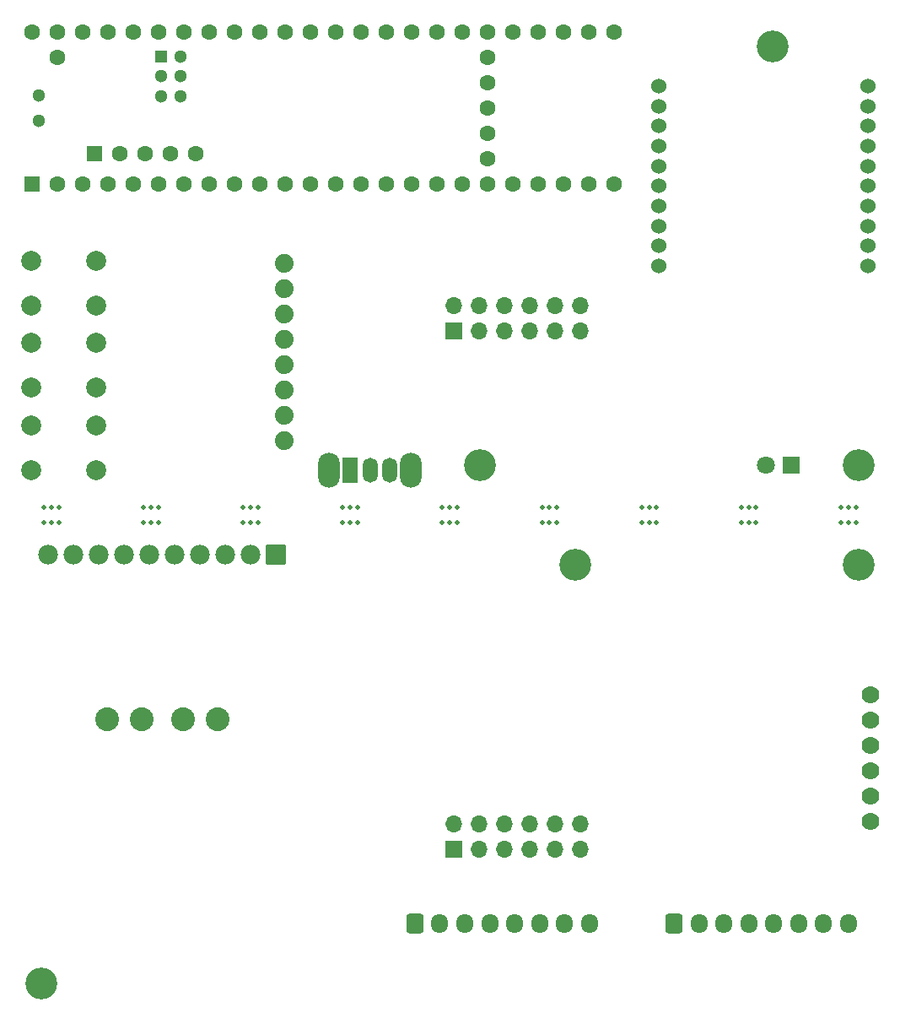
<source format=gbr>
%TF.GenerationSoftware,KiCad,Pcbnew,8.0.8*%
%TF.CreationDate,2025-03-04T17:08:21-05:00*%
%TF.ProjectId,board_AB,626f6172-645f-4414-922e-6b696361645f,rev?*%
%TF.SameCoordinates,Original*%
%TF.FileFunction,Soldermask,Bot*%
%TF.FilePolarity,Negative*%
%FSLAX46Y46*%
G04 Gerber Fmt 4.6, Leading zero omitted, Abs format (unit mm)*
G04 Created by KiCad (PCBNEW 8.0.8) date 2025-03-04 17:08:21*
%MOMM*%
%LPD*%
G01*
G04 APERTURE LIST*
G04 Aperture macros list*
%AMRoundRect*
0 Rectangle with rounded corners*
0 $1 Rounding radius*
0 $2 $3 $4 $5 $6 $7 $8 $9 X,Y pos of 4 corners*
0 Add a 4 corners polygon primitive as box body*
4,1,4,$2,$3,$4,$5,$6,$7,$8,$9,$2,$3,0*
0 Add four circle primitives for the rounded corners*
1,1,$1+$1,$2,$3*
1,1,$1+$1,$4,$5*
1,1,$1+$1,$6,$7*
1,1,$1+$1,$8,$9*
0 Add four rect primitives between the rounded corners*
20,1,$1+$1,$2,$3,$4,$5,0*
20,1,$1+$1,$4,$5,$6,$7,0*
20,1,$1+$1,$6,$7,$8,$9,0*
20,1,$1+$1,$8,$9,$2,$3,0*%
G04 Aperture macros list end*
%ADD10R,1.700000X1.700000*%
%ADD11O,1.700000X1.700000*%
%ADD12R,1.800000X1.800000*%
%ADD13C,1.800000*%
%ADD14C,3.200000*%
%ADD15O,2.200000X3.500000*%
%ADD16R,1.500000X2.500000*%
%ADD17O,1.500000X2.500000*%
%ADD18RoundRect,0.101600X-0.889000X0.889000X-0.889000X-0.889000X0.889000X-0.889000X0.889000X0.889000X0*%
%ADD19C,1.981200*%
%ADD20C,2.387600*%
%ADD21C,0.500000*%
%ADD22C,2.000000*%
%ADD23C,1.778000*%
%ADD24C,1.524000*%
%ADD25RoundRect,0.250000X-0.600000X-0.725000X0.600000X-0.725000X0.600000X0.725000X-0.600000X0.725000X0*%
%ADD26O,1.700000X1.950000*%
%ADD27C,1.879600*%
%ADD28R,1.600000X1.600000*%
%ADD29C,1.600000*%
%ADD30R,1.300000X1.300000*%
%ADD31C,1.300000*%
G04 APERTURE END LIST*
D10*
%TO.C,J2*%
X148880000Y-104540000D03*
D11*
X148880000Y-102000000D03*
X151420000Y-104540000D03*
X151420000Y-102000000D03*
X153960000Y-104540000D03*
X153960000Y-102000000D03*
X156500000Y-104540000D03*
X156500000Y-102000000D03*
X159040000Y-104540000D03*
X159040000Y-102000000D03*
X161580000Y-104540000D03*
X161580000Y-102000000D03*
%TD*%
D12*
%TO.C,D1*%
X182775000Y-66000000D03*
D13*
X180235000Y-66000000D03*
%TD*%
D14*
%TO.C,H2*%
X151500000Y-66000000D03*
%TD*%
D15*
%TO.C,SW1*%
X136400000Y-66500000D03*
X144600000Y-66500000D03*
D16*
X138500000Y-66500000D03*
D17*
X140500000Y-66500000D03*
X142500000Y-66500000D03*
%TD*%
D18*
%TO.C,U4*%
X131000000Y-75000000D03*
D19*
X128460000Y-75000000D03*
X125920000Y-75000000D03*
X123380000Y-75000000D03*
X120840000Y-75000000D03*
X118300000Y-75000000D03*
X115760000Y-75000000D03*
X113220000Y-75000000D03*
X110680000Y-75000000D03*
X108140000Y-75000000D03*
D20*
X125180000Y-91510000D03*
X121680000Y-91510000D03*
X117560000Y-91510000D03*
X114060000Y-91510000D03*
%TD*%
D21*
%TO.C,mouse-bite-2mm-slot2*%
X127750000Y-70250000D03*
X127750000Y-71750000D03*
X128500000Y-70250000D03*
X128500000Y-71750000D03*
X129250000Y-70250000D03*
X129250000Y-71750000D03*
%TD*%
D22*
%TO.C,SW4*%
X106500000Y-62000000D03*
X113000000Y-62000000D03*
X106500000Y-66500000D03*
X113000000Y-66500000D03*
%TD*%
D14*
%TO.C,H5*%
X161100000Y-76000000D03*
%TD*%
D21*
%TO.C,mouse-bite-2mm-slot4*%
X147750000Y-70250000D03*
X147750000Y-71750000D03*
X148500000Y-70250000D03*
X148500000Y-71750000D03*
X149250000Y-70250000D03*
X149250000Y-71750000D03*
%TD*%
D23*
%TO.C,U7*%
X190690000Y-89015000D03*
X190690000Y-91555000D03*
X190690000Y-94095000D03*
X190690000Y-96635000D03*
X190690000Y-99175000D03*
X190690000Y-101715000D03*
%TD*%
D14*
%TO.C,H3*%
X180900000Y-24000000D03*
%TD*%
%TO.C,H6*%
X107500000Y-118000000D03*
%TD*%
D22*
%TO.C,SW3*%
X106500000Y-53750000D03*
X113000000Y-53750000D03*
X106500000Y-58250000D03*
X113000000Y-58250000D03*
%TD*%
D21*
%TO.C,mouse-bite-2mm-slot8*%
X187750000Y-70250000D03*
X187750000Y-71750000D03*
X188500000Y-70250000D03*
X188500000Y-71750000D03*
X189250000Y-70250000D03*
X189250000Y-71750000D03*
%TD*%
%TO.C,mouse-bite-2mm-slot5*%
X157750000Y-70250000D03*
X157750000Y-71750000D03*
X158500000Y-70250000D03*
X158500000Y-71750000D03*
X159250000Y-70250000D03*
X159250000Y-71750000D03*
%TD*%
D14*
%TO.C,H1*%
X189500000Y-66000000D03*
%TD*%
D24*
%TO.C,U3*%
X190500000Y-46000000D03*
X190500000Y-44000000D03*
X190500000Y-42000000D03*
X190500000Y-40000000D03*
X190500000Y-38000000D03*
X190500000Y-36000000D03*
X190500000Y-34000000D03*
X190500000Y-32000000D03*
X190500000Y-30000000D03*
X190500000Y-28000000D03*
X169500000Y-28000000D03*
X169500000Y-30000000D03*
X169500000Y-32000000D03*
X169500000Y-34000000D03*
X169500000Y-36000000D03*
X169500000Y-38000000D03*
X169500000Y-40000000D03*
X169500000Y-42000000D03*
X169500000Y-44000000D03*
X169500000Y-46000000D03*
%TD*%
D21*
%TO.C,mouse-bite-2mm-slot7*%
X177750000Y-70250000D03*
X177750000Y-71750000D03*
X178500000Y-70250000D03*
X178500000Y-71750000D03*
X179250000Y-70250000D03*
X179250000Y-71750000D03*
%TD*%
%TO.C,mouse-bite-2mm-slot6*%
X167750000Y-70250000D03*
X167750000Y-71750000D03*
X168500000Y-70250000D03*
X168500000Y-71750000D03*
X169250000Y-70250000D03*
X169250000Y-71750000D03*
%TD*%
D25*
%TO.C,J3*%
X145000000Y-111980000D03*
D26*
X147500000Y-111980000D03*
X150000000Y-111980000D03*
X152500000Y-111980000D03*
X155000000Y-111980000D03*
X157500000Y-111980000D03*
X160000000Y-111980000D03*
X162500000Y-111980000D03*
%TD*%
D21*
%TO.C,mouse-bite-2mm-slot*%
X107750000Y-70250000D03*
X107750000Y-71750000D03*
X108500000Y-70250000D03*
X108500000Y-71750000D03*
X109250000Y-70250000D03*
X109250000Y-71750000D03*
%TD*%
D27*
%TO.C,U2*%
X131885000Y-63540000D03*
X131885000Y-61000000D03*
X131885000Y-58460000D03*
X131885000Y-55920000D03*
X131885000Y-53380000D03*
X131885000Y-50840000D03*
X131885000Y-48300000D03*
X131885000Y-45760000D03*
%TD*%
D21*
%TO.C,mouse-bite-2mm-slot3*%
X137750000Y-70250000D03*
X137750000Y-71750000D03*
X138500000Y-70250000D03*
X138500000Y-71750000D03*
X139250000Y-70250000D03*
X139250000Y-71750000D03*
%TD*%
%TO.C,mouse-bite-2mm-slot1*%
X117750000Y-70250000D03*
X117750000Y-71750000D03*
X118500000Y-70250000D03*
X118500000Y-71750000D03*
X119250000Y-70250000D03*
X119250000Y-71750000D03*
%TD*%
D25*
%TO.C,J4*%
X171000000Y-112000000D03*
D26*
X173500000Y-112000000D03*
X176000000Y-112000000D03*
X178500000Y-112000000D03*
X181000000Y-112000000D03*
X183500000Y-112000000D03*
X186000000Y-112000000D03*
X188500000Y-112000000D03*
%TD*%
D22*
%TO.C,SW2*%
X106500000Y-45500000D03*
X113000000Y-45500000D03*
X106500000Y-50000000D03*
X113000000Y-50000000D03*
%TD*%
D28*
%TO.C,U1*%
X106530000Y-37801600D03*
D29*
X109070000Y-37801600D03*
X111610000Y-37801600D03*
X114150000Y-37801600D03*
X116690000Y-37801600D03*
X119230000Y-37801600D03*
X121770000Y-37801600D03*
X124310000Y-37801600D03*
X126850000Y-37801600D03*
X129390000Y-37801600D03*
X131930000Y-37801600D03*
X134470000Y-37801600D03*
X137010000Y-37801600D03*
X139550000Y-37801600D03*
X142090000Y-37801600D03*
X144630000Y-37801600D03*
X147170000Y-37801600D03*
X149710000Y-37801600D03*
X152250000Y-37801600D03*
X154790000Y-37801600D03*
X157330000Y-37801600D03*
X159870000Y-37801600D03*
X162410000Y-37801600D03*
X164950000Y-37801600D03*
X164950000Y-22561600D03*
X162410000Y-22561600D03*
X159870000Y-22561600D03*
X157330000Y-22561600D03*
X154790000Y-22561600D03*
X152250000Y-22561600D03*
X149710000Y-22561600D03*
X147170000Y-22561600D03*
X144630000Y-22561600D03*
X142090000Y-22561600D03*
X139550000Y-22561600D03*
X137010000Y-22561600D03*
X134470000Y-22561600D03*
X131930000Y-22561600D03*
X129390000Y-22561600D03*
X126850000Y-22561600D03*
X124310000Y-22561600D03*
X121770000Y-22561600D03*
X119230000Y-22561600D03*
X116690000Y-22561600D03*
X114150000Y-22561600D03*
X111610000Y-22561600D03*
X109070000Y-22561600D03*
X106530000Y-22561600D03*
X109070000Y-25101600D03*
X152250000Y-35261600D03*
X152250000Y-32721600D03*
X152250000Y-30181600D03*
X152250000Y-27641600D03*
X152250000Y-25101600D03*
D28*
X112829200Y-34750800D03*
D29*
X115369200Y-34750800D03*
X117909200Y-34750800D03*
X120449200Y-34750800D03*
X122989200Y-34750800D03*
D30*
X119500000Y-25000000D03*
D31*
X119500000Y-27000000D03*
X119500000Y-29000000D03*
X121500000Y-29000000D03*
X121500000Y-27000000D03*
X121500000Y-25000000D03*
X107260000Y-28911600D03*
X107260000Y-31451600D03*
%TD*%
D10*
%TO.C,J1*%
X148880000Y-52540000D03*
D11*
X148880000Y-50000000D03*
X151420000Y-52540000D03*
X151420000Y-50000000D03*
X153960000Y-52540000D03*
X153960000Y-50000000D03*
X156500000Y-52540000D03*
X156500000Y-50000000D03*
X159040000Y-52540000D03*
X159040000Y-50000000D03*
X161580000Y-52540000D03*
X161580000Y-50000000D03*
%TD*%
D14*
%TO.C,H4*%
X189500000Y-76000000D03*
%TD*%
M02*

</source>
